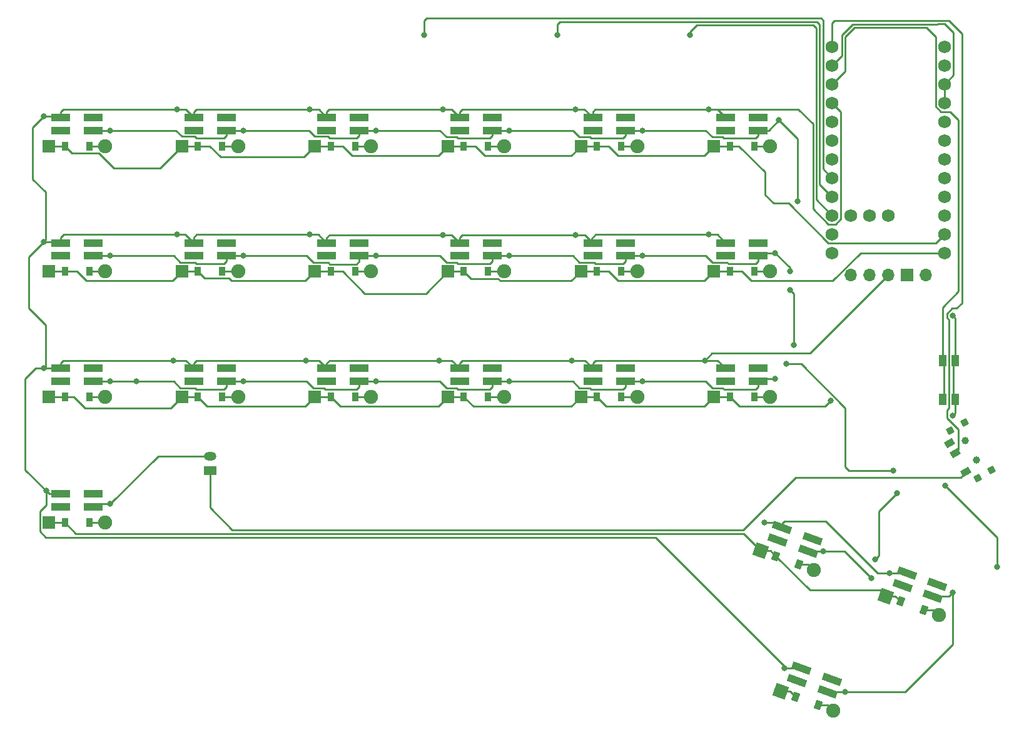
<source format=gbr>
%TF.GenerationSoftware,KiCad,Pcbnew,8.0.5*%
%TF.CreationDate,2024-09-15T18:20:54-04:00*%
%TF.ProjectId,theguy,74686567-7579-42e6-9b69-6361645f7063,v1.0.0*%
%TF.SameCoordinates,Original*%
%TF.FileFunction,Copper,L1,Top*%
%TF.FilePolarity,Positive*%
%FSLAX46Y46*%
G04 Gerber Fmt 4.6, Leading zero omitted, Abs format (unit mm)*
G04 Created by KiCad (PCBNEW 8.0.5) date 2024-09-15 18:20:54*
%MOMM*%
%LPD*%
G01*
G04 APERTURE LIST*
G04 Aperture macros list*
%AMRotRect*
0 Rectangle, with rotation*
0 The origin of the aperture is its center*
0 $1 length*
0 $2 width*
0 $3 Rotation angle, in degrees counterclockwise*
0 Add horizontal line*
21,1,$1,$2,0,0,$3*%
G04 Aperture macros list end*
%TA.AperFunction,SMDPad,CuDef*%
%ADD10RotRect,0.900000X0.900000X300.000000*%
%TD*%
%TA.AperFunction,WasherPad*%
%ADD11C,1.000000*%
%TD*%
%TA.AperFunction,SMDPad,CuDef*%
%ADD12RotRect,0.900000X1.250000X300.000000*%
%TD*%
%TA.AperFunction,ComponentPad*%
%ADD13RotRect,1.778000X1.778000X340.000000*%
%TD*%
%TA.AperFunction,SMDPad,CuDef*%
%ADD14RotRect,0.900000X1.200000X340.000000*%
%TD*%
%TA.AperFunction,ComponentPad*%
%ADD15C,1.905000*%
%TD*%
%TA.AperFunction,ComponentPad*%
%ADD16R,1.778000X1.778000*%
%TD*%
%TA.AperFunction,SMDPad,CuDef*%
%ADD17R,0.900000X1.200000*%
%TD*%
%TA.AperFunction,SMDPad,CuDef*%
%ADD18R,2.600000X1.000000*%
%TD*%
%TA.AperFunction,ComponentPad*%
%ADD19R,1.700000X1.200000*%
%TD*%
%TA.AperFunction,ComponentPad*%
%ADD20O,1.700000X1.200000*%
%TD*%
%TA.AperFunction,SMDPad,CuDef*%
%ADD21R,1.000000X1.550000*%
%TD*%
%TA.AperFunction,SMDPad,CuDef*%
%ADD22RotRect,2.600000X1.000000X340.000000*%
%TD*%
%TA.AperFunction,ComponentPad*%
%ADD23O,1.700000X1.700000*%
%TD*%
%TA.AperFunction,ComponentPad*%
%ADD24R,1.700000X1.700000*%
%TD*%
%TA.AperFunction,ComponentPad*%
%ADD25C,1.752600*%
%TD*%
%TA.AperFunction,ViaPad*%
%ADD26C,0.800000*%
%TD*%
%TA.AperFunction,Conductor*%
%ADD27C,0.250000*%
%TD*%
G04 APERTURE END LIST*
D10*
%TO.P,T1,*%
%TO.N,*%
X190102628Y-94445706D03*
X188197372Y-95545706D03*
D11*
X190250000Y-96900962D03*
X191750000Y-99499038D03*
D10*
X193802628Y-100854294D03*
X191897372Y-101954294D03*
D12*
%TO.P,T1,1*%
%TO.N,pos*%
X190327997Y-101186057D03*
%TO.P,T1,2*%
%TO.N,RAW*%
X188827997Y-98587981D03*
%TO.P,T1,3*%
%TO.N,N/C*%
X188077997Y-97288943D03*
%TD*%
D13*
%TO.P,D20,1*%
%TO.N,P010*%
X162555118Y-111806490D03*
D14*
X164584854Y-112545254D03*
%TO.P,D20,2*%
%TO.N,layer_cluster*%
X167685840Y-113673920D03*
D15*
X169715576Y-114412684D03*
%TD*%
D16*
%TO.P,D3,1*%
%TO.N,P106*%
X66190000Y-74000000D03*
D17*
X68350000Y-74000000D03*
%TO.P,D3,2*%
%TO.N,hell_home*%
X71650000Y-74000000D03*
D15*
X73810000Y-74000000D03*
%TD*%
D16*
%TO.P,D14,1*%
%TO.N,P009*%
X138190000Y-91000000D03*
D17*
X140350000Y-91000000D03*
%TO.P,D14,2*%
%TO.N,index_bottom*%
X143650000Y-91000000D03*
D15*
X145810000Y-91000000D03*
%TD*%
D18*
%TO.P,LED3,1*%
%TO.N,VCC*%
X67800000Y-70125000D03*
%TO.P,LED3,2*%
%TO.N,N/C*%
X67800000Y-71875000D03*
%TO.P,LED3,3*%
%TO.N,GND*%
X72200000Y-71875000D03*
%TO.P,LED3,4*%
%TO.N,N/C*%
X72200000Y-70125000D03*
%TD*%
%TO.P,LED17,1*%
%TO.N,VCC*%
X157800000Y-87125000D03*
%TO.P,LED17,2*%
%TO.N,N/C*%
X157800000Y-88875000D03*
%TO.P,LED17,3*%
%TO.N,GND*%
X162200000Y-88875000D03*
%TO.P,LED17,4*%
%TO.N,N/C*%
X162200000Y-87125000D03*
%TD*%
%TO.P,LED1,1*%
%TO.N,VCC*%
X67800000Y-104125000D03*
%TO.P,LED1,2*%
%TO.N,N/C*%
X67800000Y-105875000D03*
%TO.P,LED1,3*%
%TO.N,GND*%
X72200000Y-105875000D03*
%TO.P,LED1,4*%
%TO.N,N/C*%
X72200000Y-104125000D03*
%TD*%
%TO.P,LED14,1*%
%TO.N,VCC*%
X139800000Y-87125000D03*
%TO.P,LED14,2*%
%TO.N,N/C*%
X139800000Y-88875000D03*
%TO.P,LED14,3*%
%TO.N,GND*%
X144200000Y-88875000D03*
%TO.P,LED14,4*%
%TO.N,N/C*%
X144200000Y-87125000D03*
%TD*%
D19*
%TO.P,JST1,1*%
%TO.N,pos*%
X88000000Y-101000000D03*
D20*
%TO.P,JST1,2*%
%TO.N,GND*%
X88000000Y-99000000D03*
%TD*%
D21*
%TO.P,B1,1*%
%TO.N,GND*%
X188850000Y-86075000D03*
X188850000Y-91325000D03*
%TO.P,B1,2*%
%TO.N,RST*%
X187150000Y-86075000D03*
X187150000Y-91325000D03*
%TD*%
D18*
%TO.P,LED16,1*%
%TO.N,VCC*%
X139800000Y-53125000D03*
%TO.P,LED16,2*%
%TO.N,N/C*%
X139800000Y-54875000D03*
%TO.P,LED16,3*%
%TO.N,GND*%
X144200000Y-54875000D03*
%TO.P,LED16,4*%
%TO.N,N/C*%
X144200000Y-53125000D03*
%TD*%
%TO.P,LED2,1*%
%TO.N,VCC*%
X67800000Y-87125000D03*
%TO.P,LED2,2*%
%TO.N,N/C*%
X67800000Y-88875000D03*
%TO.P,LED2,3*%
%TO.N,GND*%
X72200000Y-88875000D03*
%TO.P,LED2,4*%
%TO.N,N/C*%
X72200000Y-87125000D03*
%TD*%
D16*
%TO.P,D6,1*%
%TO.N,P106*%
X84190000Y-74000000D03*
D17*
X86350000Y-74000000D03*
%TO.P,D6,2*%
%TO.N,pinky_home*%
X89650000Y-74000000D03*
D15*
X91810000Y-74000000D03*
%TD*%
D16*
%TO.P,D1,1*%
%TO.N,P010*%
X66190000Y-108000000D03*
D17*
X68350000Y-108000000D03*
%TO.P,D1,2*%
%TO.N,hell_last*%
X71650000Y-108000000D03*
D15*
X73810000Y-108000000D03*
%TD*%
D18*
%TO.P,LED19,1*%
%TO.N,VCC*%
X157800000Y-53125000D03*
%TO.P,LED19,2*%
%TO.N,N/C*%
X157800000Y-54875000D03*
%TO.P,LED19,3*%
%TO.N,GND*%
X162200000Y-54875000D03*
%TO.P,LED19,4*%
%TO.N,N/C*%
X162200000Y-53125000D03*
%TD*%
D16*
%TO.P,D16,1*%
%TO.N,P104*%
X138190000Y-57000000D03*
D17*
X140350000Y-57000000D03*
%TO.P,D16,2*%
%TO.N,index_top*%
X143650000Y-57000000D03*
D15*
X145810000Y-57000000D03*
%TD*%
D18*
%TO.P,LED9,1*%
%TO.N,VCC*%
X103800000Y-70125000D03*
%TO.P,LED9,2*%
%TO.N,N/C*%
X103800000Y-71875000D03*
%TO.P,LED9,3*%
%TO.N,GND*%
X108200000Y-71875000D03*
%TO.P,LED9,4*%
%TO.N,N/C*%
X108200000Y-70125000D03*
%TD*%
D22*
%TO.P,LED21,1*%
%TO.N,VCC*%
X182307818Y-114872197D03*
%TO.P,LED21,2*%
%TO.N,N/C*%
X181709283Y-116516659D03*
%TO.P,LED21,3*%
%TO.N,GND*%
X185843930Y-118021547D03*
%TO.P,LED21,4*%
%TO.N,N/C*%
X186442465Y-116377085D03*
%TD*%
D18*
%TO.P,LED7,1*%
%TO.N,VCC*%
X85800000Y-53125000D03*
%TO.P,LED7,2*%
%TO.N,N/C*%
X85800000Y-54875000D03*
%TO.P,LED7,3*%
%TO.N,GND*%
X90200000Y-54875000D03*
%TO.P,LED7,4*%
%TO.N,N/C*%
X90200000Y-53125000D03*
%TD*%
D16*
%TO.P,D12,1*%
%TO.N,P106*%
X120190000Y-74000000D03*
D17*
X122350000Y-74000000D03*
%TO.P,D12,2*%
%TO.N,middle_home*%
X125650000Y-74000000D03*
D15*
X127810000Y-74000000D03*
%TD*%
D16*
%TO.P,D15,1*%
%TO.N,P106*%
X138190000Y-74000000D03*
D17*
X140350000Y-74000000D03*
%TO.P,D15,2*%
%TO.N,index_home*%
X143650000Y-74000000D03*
D15*
X145810000Y-74000000D03*
%TD*%
D23*
%TO.P,niceView1,1*%
%TO.N,P006*%
X184880000Y-74475000D03*
D24*
%TO.P,niceView1,2*%
%TO.N,GND*%
X182340000Y-74475000D03*
D23*
%TO.P,niceView1,3*%
%TO.N,VCC*%
X179800000Y-74475000D03*
%TO.P,niceView1,4*%
%TO.N,P020*%
X177260000Y-74475000D03*
%TO.P,niceView1,5*%
%TO.N,P017*%
X174720000Y-74475000D03*
%TD*%
D16*
%TO.P,D17,1*%
%TO.N,P009*%
X156190000Y-91000000D03*
D17*
X158350000Y-91000000D03*
%TO.P,D17,2*%
%TO.N,inner_bottom*%
X161650000Y-91000000D03*
D15*
X163810000Y-91000000D03*
%TD*%
D18*
%TO.P,LED5,1*%
%TO.N,VCC*%
X85800000Y-87125000D03*
%TO.P,LED5,2*%
%TO.N,N/C*%
X85800000Y-88875000D03*
%TO.P,LED5,3*%
%TO.N,GND*%
X90200000Y-88875000D03*
%TO.P,LED5,4*%
%TO.N,N/C*%
X90200000Y-87125000D03*
%TD*%
D16*
%TO.P,D10,1*%
%TO.N,P104*%
X102190000Y-57000000D03*
D17*
X104350000Y-57000000D03*
%TO.P,D10,2*%
%TO.N,ring_top*%
X107650000Y-57000000D03*
D15*
X109810000Y-57000000D03*
%TD*%
D16*
%TO.P,D7,1*%
%TO.N,P104*%
X84190000Y-57000000D03*
D17*
X86350000Y-57000000D03*
%TO.P,D7,2*%
%TO.N,pinky_top*%
X89650000Y-57000000D03*
D15*
X91810000Y-57000000D03*
%TD*%
D16*
%TO.P,D19,1*%
%TO.N,P104*%
X156190000Y-57000000D03*
D17*
X158350000Y-57000000D03*
%TO.P,D19,2*%
%TO.N,inner_top*%
X161650000Y-57000000D03*
D15*
X163810000Y-57000000D03*
%TD*%
D18*
%TO.P,LED18,1*%
%TO.N,VCC*%
X157800000Y-70125000D03*
%TO.P,LED18,2*%
%TO.N,N/C*%
X157800000Y-71875000D03*
%TO.P,LED18,3*%
%TO.N,GND*%
X162200000Y-71875000D03*
%TO.P,LED18,4*%
%TO.N,N/C*%
X162200000Y-70125000D03*
%TD*%
D16*
%TO.P,D13,1*%
%TO.N,P104*%
X120190000Y-57000000D03*
D17*
X122350000Y-57000000D03*
%TO.P,D13,2*%
%TO.N,middle_top*%
X125650000Y-57000000D03*
D15*
X127810000Y-57000000D03*
%TD*%
D16*
%TO.P,D11,1*%
%TO.N,P009*%
X120190000Y-91000000D03*
D17*
X122350000Y-91000000D03*
%TO.P,D11,2*%
%TO.N,middle_bottom*%
X125650000Y-91000000D03*
D15*
X127810000Y-91000000D03*
%TD*%
D18*
%TO.P,LED10,1*%
%TO.N,VCC*%
X103800000Y-53125000D03*
%TO.P,LED10,2*%
%TO.N,N/C*%
X103800000Y-54875000D03*
%TO.P,LED10,3*%
%TO.N,GND*%
X108200000Y-54875000D03*
%TO.P,LED10,4*%
%TO.N,N/C*%
X108200000Y-53125000D03*
%TD*%
D13*
%TO.P,D22,1*%
%TO.N,P011*%
X165198009Y-130859446D03*
D14*
X167227745Y-131598210D03*
%TO.P,D22,2*%
%TO.N,extra_cluster*%
X170328731Y-132726876D03*
D15*
X172358467Y-133465640D03*
%TD*%
D22*
%TO.P,LED20,1*%
%TO.N,VCC*%
X165393351Y-108715835D03*
%TO.P,LED20,2*%
%TO.N,N/C*%
X164794816Y-110360297D03*
%TO.P,LED20,3*%
%TO.N,GND*%
X168929463Y-111865185D03*
%TO.P,LED20,4*%
%TO.N,N/C*%
X169527998Y-110220723D03*
%TD*%
D16*
%TO.P,D5,1*%
%TO.N,P009*%
X84190000Y-91000000D03*
D17*
X86350000Y-91000000D03*
%TO.P,D5,2*%
%TO.N,pinky_bottom*%
X89650000Y-91000000D03*
D15*
X91810000Y-91000000D03*
%TD*%
D25*
%TO.P,MCU1,1*%
%TO.N,P006*%
X187420000Y-43530000D03*
%TO.P,MCU1,2*%
%TO.N,P008*%
X187420000Y-46070000D03*
%TO.P,MCU1,3*%
%TO.N,GND*%
X187420000Y-48610000D03*
%TO.P,MCU1,4*%
X187420000Y-51150000D03*
%TO.P,MCU1,5*%
%TO.N,P017*%
X187420000Y-53690000D03*
%TO.P,MCU1,6*%
%TO.N,P020*%
X187420000Y-56230000D03*
%TO.P,MCU1,7*%
%TO.N,P022*%
X187420000Y-58770000D03*
%TO.P,MCU1,8*%
%TO.N,P024*%
X187420000Y-61310000D03*
%TO.P,MCU1,9*%
%TO.N,P100*%
X187420000Y-63850000D03*
%TO.P,MCU1,10*%
%TO.N,P011*%
X187420000Y-66390000D03*
%TO.P,MCU1,11*%
%TO.N,P104*%
X187420000Y-68930000D03*
%TO.P,MCU1,12*%
%TO.N,P106*%
X187420000Y-71470000D03*
%TO.P,MCU1,13*%
%TO.N,P009*%
X172180000Y-71470000D03*
%TO.P,MCU1,14*%
%TO.N,P010*%
X172180000Y-68930000D03*
%TO.P,MCU1,15*%
%TO.N,P111*%
X172180000Y-66390000D03*
%TO.P,MCU1,16*%
%TO.N,P113*%
X172180000Y-63850000D03*
%TO.P,MCU1,17*%
%TO.N,P115*%
X172180000Y-61310000D03*
%TO.P,MCU1,18*%
%TO.N,P002*%
X172180000Y-58770000D03*
%TO.P,MCU1,19*%
%TO.N,P029*%
X172180000Y-56230000D03*
%TO.P,MCU1,20*%
%TO.N,P031*%
X172180000Y-53690000D03*
%TO.P,MCU1,21*%
%TO.N,VCC*%
X172180000Y-51150000D03*
%TO.P,MCU1,22*%
%TO.N,RST*%
X172180000Y-48610000D03*
%TO.P,MCU1,23*%
%TO.N,GND*%
X172180000Y-46070000D03*
%TO.P,MCU1,24*%
%TO.N,RAW*%
X172180000Y-43530000D03*
%TO.P,MCU1,31*%
%TO.N,P101*%
X174720000Y-66390000D03*
%TO.P,MCU1,32*%
%TO.N,P102*%
X177260000Y-66390000D03*
%TO.P,MCU1,33*%
%TO.N,P107*%
X179800000Y-66390000D03*
%TD*%
D16*
%TO.P,D8,1*%
%TO.N,P009*%
X102190000Y-91000000D03*
D17*
X104350000Y-91000000D03*
%TO.P,D8,2*%
%TO.N,ring_bottom*%
X107650000Y-91000000D03*
D15*
X109810000Y-91000000D03*
%TD*%
D13*
%TO.P,D21,1*%
%TO.N,P010*%
X179469585Y-117962853D03*
D14*
X181499321Y-118701617D03*
%TO.P,D21,2*%
%TO.N,space_cluster*%
X184600307Y-119830283D03*
D15*
X186630043Y-120569047D03*
%TD*%
D22*
%TO.P,LED22,1*%
%TO.N,VCC*%
X168036242Y-127768790D03*
%TO.P,LED22,2*%
%TO.N,N/C*%
X167437707Y-129413252D03*
%TO.P,LED22,3*%
%TO.N,GND*%
X171572354Y-130918140D03*
%TO.P,LED22,4*%
%TO.N,N/C*%
X172170889Y-129273678D03*
%TD*%
D18*
%TO.P,LED15,1*%
%TO.N,VCC*%
X139800000Y-70125000D03*
%TO.P,LED15,2*%
%TO.N,N/C*%
X139800000Y-71875000D03*
%TO.P,LED15,3*%
%TO.N,GND*%
X144200000Y-71875000D03*
%TO.P,LED15,4*%
%TO.N,N/C*%
X144200000Y-70125000D03*
%TD*%
%TO.P,LED6,1*%
%TO.N,VCC*%
X85800000Y-70125000D03*
%TO.P,LED6,2*%
%TO.N,N/C*%
X85800000Y-71875000D03*
%TO.P,LED6,3*%
%TO.N,GND*%
X90200000Y-71875000D03*
%TO.P,LED6,4*%
%TO.N,N/C*%
X90200000Y-70125000D03*
%TD*%
D16*
%TO.P,D4,1*%
%TO.N,P104*%
X66190000Y-57000000D03*
D17*
X68350000Y-57000000D03*
%TO.P,D4,2*%
%TO.N,hell_top*%
X71650000Y-57000000D03*
D15*
X73810000Y-57000000D03*
%TD*%
D18*
%TO.P,LED12,1*%
%TO.N,VCC*%
X121800000Y-70125000D03*
%TO.P,LED12,2*%
%TO.N,N/C*%
X121800000Y-71875000D03*
%TO.P,LED12,3*%
%TO.N,GND*%
X126200000Y-71875000D03*
%TO.P,LED12,4*%
%TO.N,N/C*%
X126200000Y-70125000D03*
%TD*%
D16*
%TO.P,D2,1*%
%TO.N,P009*%
X66190000Y-91000000D03*
D17*
X68350000Y-91000000D03*
%TO.P,D2,2*%
%TO.N,hell_bottom*%
X71650000Y-91000000D03*
D15*
X73810000Y-91000000D03*
%TD*%
D18*
%TO.P,LED11,1*%
%TO.N,VCC*%
X121800000Y-87125000D03*
%TO.P,LED11,2*%
%TO.N,N/C*%
X121800000Y-88875000D03*
%TO.P,LED11,3*%
%TO.N,GND*%
X126200000Y-88875000D03*
%TO.P,LED11,4*%
%TO.N,N/C*%
X126200000Y-87125000D03*
%TD*%
%TO.P,LED13,1*%
%TO.N,VCC*%
X121800000Y-53125000D03*
%TO.P,LED13,2*%
%TO.N,N/C*%
X121800000Y-54875000D03*
%TO.P,LED13,3*%
%TO.N,GND*%
X126200000Y-54875000D03*
%TO.P,LED13,4*%
%TO.N,N/C*%
X126200000Y-53125000D03*
%TD*%
D16*
%TO.P,D9,1*%
%TO.N,P106*%
X102190000Y-74000000D03*
D17*
X104350000Y-74000000D03*
%TO.P,D9,2*%
%TO.N,ring_home*%
X107650000Y-74000000D03*
D15*
X109810000Y-74000000D03*
%TD*%
D18*
%TO.P,LED4,1*%
%TO.N,VCC*%
X67800000Y-53125000D03*
%TO.P,LED4,2*%
%TO.N,N/C*%
X67800000Y-54875000D03*
%TO.P,LED4,3*%
%TO.N,GND*%
X72200000Y-54875000D03*
%TO.P,LED4,4*%
%TO.N,N/C*%
X72200000Y-53125000D03*
%TD*%
%TO.P,LED8,1*%
%TO.N,VCC*%
X103800000Y-87125000D03*
%TO.P,LED8,2*%
%TO.N,N/C*%
X103800000Y-88875000D03*
%TO.P,LED8,3*%
%TO.N,GND*%
X108200000Y-88875000D03*
%TO.P,LED8,4*%
%TO.N,N/C*%
X108200000Y-87125000D03*
%TD*%
D16*
%TO.P,D18,1*%
%TO.N,P106*%
X156190000Y-74000000D03*
D17*
X158350000Y-74000000D03*
%TO.P,D18,2*%
%TO.N,inner_home*%
X161650000Y-74000000D03*
D15*
X163810000Y-74000000D03*
%TD*%
D26*
%TO.N,P115*%
X117000000Y-42000000D03*
%TO.N,P113*%
X135000000Y-42000000D03*
%TO.N,P111*%
X153000000Y-42000000D03*
X180500000Y-101000000D03*
X166000000Y-86500000D03*
%TO.N,VCC*%
X83500000Y-52050000D03*
X137500000Y-69050000D03*
X155500000Y-52050000D03*
X119500000Y-69050000D03*
X101500000Y-69000000D03*
X155000000Y-86050000D03*
X155500000Y-69000000D03*
X137000000Y-86050000D03*
X65500000Y-87125000D03*
X83000000Y-86050000D03*
X65500000Y-70000000D03*
X101500000Y-52050000D03*
X165762228Y-127737772D03*
X163000000Y-108000000D03*
X65812500Y-103687500D03*
X119000000Y-86050000D03*
X83500000Y-69000000D03*
X180000000Y-114872197D03*
X119500000Y-52050000D03*
X65500000Y-53000000D03*
X101000000Y-86050000D03*
X137500000Y-52000000D03*
%TO.N,GND*%
X166500000Y-76500000D03*
X188500000Y-80000000D03*
X78000000Y-88875000D03*
X128500000Y-54875000D03*
X171000000Y-111865185D03*
X74500000Y-71875000D03*
X174000000Y-130918140D03*
X167500000Y-64500000D03*
X110500000Y-88875000D03*
X128500000Y-88875000D03*
X146500000Y-71875000D03*
X92500000Y-71875000D03*
X167000000Y-84000000D03*
X128500000Y-71875000D03*
X166500000Y-74000000D03*
X177500000Y-115500000D03*
X146500000Y-88875000D03*
X188500000Y-117500000D03*
X165000000Y-53500000D03*
X110500000Y-54875000D03*
X110500000Y-71875000D03*
X92500000Y-54875000D03*
X188500000Y-93500000D03*
X164500000Y-71500000D03*
X74500000Y-88875000D03*
X74500000Y-105500000D03*
X74500000Y-54875000D03*
X146500000Y-54875000D03*
X92500000Y-88875000D03*
X164500000Y-88500000D03*
%TO.N,P010*%
X181000000Y-104000000D03*
X178000000Y-113000000D03*
%TO.N,P009*%
X172000000Y-91500000D03*
%TO.N,P011*%
X194500000Y-114000000D03*
X187500000Y-103000000D03*
%TD*%
D27*
%TO.N,hell_last*%
X73810000Y-108000000D02*
X71650000Y-108000000D01*
%TO.N,hell_bottom*%
X71650000Y-91000000D02*
X73810000Y-91000000D01*
%TO.N,hell_home*%
X71650000Y-74000000D02*
X73810000Y-74000000D01*
%TO.N,hell_top*%
X71650000Y-57000000D02*
X73810000Y-57000000D01*
%TO.N,pinky_bottom*%
X89650000Y-91000000D02*
X91810000Y-91000000D01*
%TO.N,pinky_home*%
X91810000Y-74000000D02*
X89650000Y-74000000D01*
%TO.N,pinky_top*%
X89650000Y-57000000D02*
X91810000Y-57000000D01*
%TO.N,ring_bottom*%
X107650000Y-91000000D02*
X109810000Y-91000000D01*
%TO.N,ring_home*%
X109810000Y-74000000D02*
X107650000Y-74000000D01*
%TO.N,ring_top*%
X107650000Y-57000000D02*
X109810000Y-57000000D01*
%TO.N,P115*%
X117000000Y-42000000D02*
X117000000Y-40000000D01*
X170978700Y-60108700D02*
X172180000Y-61310000D01*
X117300000Y-39700000D02*
X170700000Y-39700000D01*
X170700000Y-39700000D02*
X171000000Y-40000000D01*
X171000000Y-40000000D02*
X170978700Y-40021300D01*
X170978700Y-40021300D02*
X170978700Y-60108700D01*
X117000000Y-40000000D02*
X117300000Y-39700000D01*
%TO.N,middle_bottom*%
X125650000Y-91000000D02*
X127810000Y-91000000D01*
%TO.N,middle_home*%
X127810000Y-74000000D02*
X125650000Y-74000000D01*
%TO.N,middle_top*%
X125650000Y-57000000D02*
X127810000Y-57000000D01*
%TO.N,P113*%
X135000000Y-42000000D02*
X135000000Y-40500000D01*
X135350000Y-40150000D02*
X170150000Y-40150000D01*
X170500000Y-62170000D02*
X172180000Y-63850000D01*
X135000000Y-40500000D02*
X135350000Y-40150000D01*
X170150000Y-40150000D02*
X170500000Y-40500000D01*
X170500000Y-40500000D02*
X170500000Y-62170000D01*
%TO.N,index_bottom*%
X143650000Y-91000000D02*
X145810000Y-91000000D01*
%TO.N,index_home*%
X145810000Y-74000000D02*
X143650000Y-74000000D01*
%TO.N,index_top*%
X143650000Y-57000000D02*
X145810000Y-57000000D01*
%TO.N,P111*%
X174000000Y-92474695D02*
X174000000Y-100500000D01*
X153000000Y-42000000D02*
X153000000Y-41500000D01*
X168025305Y-86500000D02*
X174000000Y-92474695D01*
X153900000Y-40600000D02*
X169600000Y-40600000D01*
X166000000Y-86500000D02*
X168025305Y-86500000D01*
X170050000Y-64260000D02*
X172180000Y-66390000D01*
X174000000Y-100500000D02*
X174500000Y-101000000D01*
X169600000Y-40600000D02*
X170050000Y-41050000D01*
X174500000Y-101000000D02*
X180500000Y-101000000D01*
X170050000Y-41050000D02*
X170050000Y-64260000D01*
X153000000Y-41500000D02*
X153900000Y-40600000D01*
%TO.N,inner_bottom*%
X161650000Y-91000000D02*
X163810000Y-91000000D01*
%TO.N,inner_home*%
X163810000Y-74000000D02*
X161650000Y-74000000D01*
%TO.N,inner_top*%
X161650000Y-57000000D02*
X163810000Y-57000000D01*
%TO.N,layer_cluster*%
X167685840Y-113673920D02*
X168976812Y-113673920D01*
X168976812Y-113673920D02*
X169715576Y-114412684D01*
%TO.N,space_cluster*%
X184600307Y-119830283D02*
X185891279Y-119830283D01*
X185891279Y-119830283D02*
X186630043Y-120569047D01*
%TO.N,extra_cluster*%
X171619703Y-132726876D02*
X172358467Y-133465640D01*
X170328731Y-132726876D02*
X171619703Y-132726876D01*
%TO.N,VCC*%
X63500000Y-72000000D02*
X65500000Y-70000000D01*
X138675000Y-52000000D02*
X139800000Y-53125000D01*
X101500000Y-69000000D02*
X102675000Y-69000000D01*
X86175000Y-69000000D02*
X101500000Y-69000000D01*
X120725000Y-86050000D02*
X121800000Y-87125000D01*
X65812500Y-103687500D02*
X63000000Y-100875000D01*
X173381300Y-66887595D02*
X173381300Y-52351300D01*
X121800000Y-69375000D02*
X122125000Y-69050000D01*
X140167157Y-86050000D02*
X155000000Y-86050000D01*
X137500000Y-69050000D02*
X138725000Y-69050000D01*
X65500000Y-87125000D02*
X67800000Y-87125000D01*
X103800000Y-69417157D02*
X104167157Y-69050000D01*
X65725900Y-69774100D02*
X65725900Y-63225900D01*
X85800000Y-69375000D02*
X86175000Y-69000000D01*
X168036242Y-127768790D02*
X165793246Y-127768790D01*
X178372197Y-114872197D02*
X180000000Y-114872197D01*
X120725000Y-69050000D02*
X121800000Y-70125000D01*
X156675000Y-69000000D02*
X157800000Y-70125000D01*
X65500000Y-70000000D02*
X67675000Y-70000000D01*
X121800000Y-53125000D02*
X121800000Y-52375000D01*
X138725000Y-69050000D02*
X139800000Y-70125000D01*
X68167157Y-86050000D02*
X83000000Y-86050000D01*
X165393351Y-108715835D02*
X165393351Y-108183746D01*
X85800000Y-52417157D02*
X86167157Y-52050000D01*
X121800000Y-70125000D02*
X121800000Y-69375000D01*
X67800000Y-86417157D02*
X68167157Y-86050000D01*
X164677516Y-108000000D02*
X165393351Y-108715835D01*
X66250000Y-104125000D02*
X65812500Y-103687500D01*
X67800000Y-87125000D02*
X67800000Y-86417157D01*
X173381300Y-52351300D02*
X172180000Y-51150000D01*
X155960500Y-85089500D02*
X155000000Y-86050000D01*
X65500000Y-87125000D02*
X65725900Y-86899100D01*
X137500000Y-52000000D02*
X138675000Y-52000000D01*
X139800000Y-53125000D02*
X139800000Y-52375000D01*
X169600000Y-54000000D02*
X169600000Y-65508895D01*
X65725900Y-63225900D02*
X64000000Y-61500000D01*
X83000000Y-86050000D02*
X84725000Y-86050000D01*
X101000000Y-86050000D02*
X102725000Y-86050000D01*
X86125000Y-86050000D02*
X101000000Y-86050000D01*
X155500000Y-69000000D02*
X156675000Y-69000000D01*
X172677595Y-67591300D02*
X173381300Y-66887595D01*
X63000000Y-100875000D02*
X63000000Y-88500000D01*
X169600000Y-65508895D02*
X171682405Y-67591300D01*
X67800000Y-69375000D02*
X68175000Y-69000000D01*
X138725000Y-86050000D02*
X139800000Y-87125000D01*
X171331240Y-107831240D02*
X178372197Y-114872197D01*
X139675000Y-69542157D02*
X140217157Y-69000000D01*
X121800000Y-86417157D02*
X122167157Y-86050000D01*
X65725900Y-86899100D02*
X65725900Y-81225900D01*
X83500000Y-69000000D02*
X84675000Y-69000000D01*
X156725000Y-52050000D02*
X157800000Y-53125000D01*
X64000000Y-61500000D02*
X64000000Y-54500000D01*
X86167157Y-52050000D02*
X101500000Y-52050000D01*
X63000000Y-88500000D02*
X64375000Y-87125000D01*
X167650000Y-52050000D02*
X169600000Y-54000000D01*
X65500000Y-70000000D02*
X65725900Y-69774100D01*
X155500000Y-52050000D02*
X167650000Y-52050000D01*
X171682405Y-67591300D02*
X172677595Y-67591300D01*
X103800000Y-52375000D02*
X104125000Y-52050000D01*
X119500000Y-69050000D02*
X120725000Y-69050000D01*
X104167157Y-69050000D02*
X119500000Y-69050000D01*
X85800000Y-53125000D02*
X85800000Y-52417157D01*
X65812500Y-105616968D02*
X65812500Y-103687500D01*
X169185500Y-85089500D02*
X155960500Y-85089500D01*
X67800000Y-52417157D02*
X68167157Y-52050000D01*
X139800000Y-52375000D02*
X140125000Y-52050000D01*
X103800000Y-70125000D02*
X103800000Y-69417157D01*
X139800000Y-86417157D02*
X140167157Y-86050000D01*
X155000000Y-86050000D02*
X156725000Y-86050000D01*
X65762000Y-110000000D02*
X64976000Y-109214000D01*
X121800000Y-87125000D02*
X121800000Y-86417157D01*
X139800000Y-70125000D02*
X139675000Y-70000000D01*
X85800000Y-86375000D02*
X86125000Y-86050000D01*
X85800000Y-87125000D02*
X85800000Y-86375000D01*
X165762228Y-127737772D02*
X165762228Y-127442174D01*
X103800000Y-87125000D02*
X103800000Y-86417157D01*
X180000000Y-114872197D02*
X182307818Y-114872197D01*
X104125000Y-52050000D02*
X119500000Y-52050000D01*
X102675000Y-69000000D02*
X103800000Y-70125000D01*
X103800000Y-53125000D02*
X103800000Y-52375000D01*
X64976000Y-106453468D02*
X65812500Y-105616968D01*
X83500000Y-52050000D02*
X84725000Y-52050000D01*
X84725000Y-52050000D02*
X85800000Y-53125000D01*
X64976000Y-109214000D02*
X64976000Y-106453468D01*
X122175000Y-52000000D02*
X137500000Y-52000000D01*
X67675000Y-70000000D02*
X67800000Y-70125000D01*
X139675000Y-70000000D02*
X139675000Y-69542157D01*
X64000000Y-54500000D02*
X65500000Y-53000000D01*
X156725000Y-86050000D02*
X157800000Y-87125000D01*
X120725000Y-52050000D02*
X121800000Y-53125000D01*
X84675000Y-69000000D02*
X85800000Y-70125000D01*
X165393351Y-108183746D02*
X165745857Y-107831240D01*
X119000000Y-86050000D02*
X120725000Y-86050000D01*
X102725000Y-52050000D02*
X103800000Y-53125000D01*
X119500000Y-52050000D02*
X120725000Y-52050000D01*
X65500000Y-53000000D02*
X67675000Y-53000000D01*
X84725000Y-86050000D02*
X85800000Y-87125000D01*
X121800000Y-52375000D02*
X122175000Y-52000000D01*
X165745857Y-107831240D02*
X171331240Y-107831240D01*
X148320054Y-110000000D02*
X65762000Y-110000000D01*
X67800000Y-70125000D02*
X67800000Y-69375000D01*
X101500000Y-52050000D02*
X102725000Y-52050000D01*
X122167157Y-86050000D02*
X137000000Y-86050000D01*
X155500000Y-52050000D02*
X156725000Y-52050000D01*
X140125000Y-52050000D02*
X155500000Y-52050000D01*
X155500000Y-52050000D02*
X155500000Y-52000000D01*
X67800000Y-53125000D02*
X67800000Y-52417157D01*
X64375000Y-87125000D02*
X65500000Y-87125000D01*
X68167157Y-52050000D02*
X83500000Y-52050000D01*
X102725000Y-86050000D02*
X103800000Y-87125000D01*
X68175000Y-69000000D02*
X83500000Y-69000000D01*
X140217157Y-69000000D02*
X155500000Y-69000000D01*
X165793246Y-127768790D02*
X165762228Y-127737772D01*
X139800000Y-87125000D02*
X139800000Y-86417157D01*
X63500000Y-79000000D02*
X63500000Y-72000000D01*
X179800000Y-74475000D02*
X169185500Y-85089500D01*
X85800000Y-70125000D02*
X85800000Y-69375000D01*
X122125000Y-69050000D02*
X137500000Y-69050000D01*
X137000000Y-86050000D02*
X138725000Y-86050000D01*
X65725900Y-81225900D02*
X63500000Y-79000000D01*
X67800000Y-104125000D02*
X66250000Y-104125000D01*
X67675000Y-53000000D02*
X67800000Y-53125000D01*
X104167157Y-86050000D02*
X119000000Y-86050000D01*
X103800000Y-86417157D02*
X104167157Y-86050000D01*
X163000000Y-108000000D02*
X164677516Y-108000000D01*
X165762228Y-127442174D02*
X148320054Y-110000000D01*
%TO.N,GND*%
X128500000Y-88875000D02*
X137089000Y-88875000D01*
X102000000Y-55525000D02*
X102175000Y-55700000D01*
X171000000Y-111865185D02*
X173865185Y-111865185D01*
X84000000Y-72786000D02*
X86003157Y-72786000D01*
X121404000Y-72786000D02*
X121568000Y-72950000D01*
X140167157Y-72950000D02*
X143875000Y-72950000D01*
X137089000Y-88875000D02*
X138000000Y-89786000D01*
X165000000Y-53500000D02*
X167500000Y-56000000D01*
X186500000Y-40450000D02*
X186450000Y-40500000D01*
X74500000Y-54875000D02*
X83350000Y-54875000D01*
X121568000Y-72950000D02*
X125875000Y-72950000D01*
X89875000Y-89950000D02*
X90200000Y-89625000D01*
X125875000Y-55950000D02*
X126200000Y-55625000D01*
X120000000Y-55786000D02*
X121404000Y-55786000D01*
X83089000Y-88875000D02*
X84000000Y-89786000D01*
X72575000Y-105500000D02*
X72200000Y-105875000D01*
X125875000Y-72950000D02*
X126200000Y-72625000D01*
X110500000Y-54875000D02*
X119089000Y-54875000D01*
X86167157Y-89950000D02*
X89875000Y-89950000D01*
X83089000Y-71875000D02*
X84000000Y-72786000D01*
X187450000Y-40450000D02*
X186500000Y-40450000D01*
X121404000Y-55786000D02*
X121568000Y-55950000D01*
X74500000Y-71875000D02*
X83089000Y-71875000D01*
X155089000Y-71875000D02*
X156000000Y-72786000D01*
X86003157Y-72786000D02*
X86167157Y-72950000D01*
X92500000Y-71875000D02*
X101089000Y-71875000D01*
X188500000Y-124500000D02*
X188500000Y-117500000D01*
X162200000Y-55625000D02*
X162200000Y-54875000D01*
X166500000Y-76500000D02*
X167000000Y-77000000D01*
X108200000Y-55625000D02*
X108200000Y-54875000D01*
X78000000Y-88875000D02*
X83089000Y-88875000D01*
X72200000Y-54875000D02*
X74500000Y-54875000D01*
X163625000Y-54875000D02*
X165000000Y-53500000D01*
X89875000Y-72950000D02*
X90200000Y-72625000D01*
X146500000Y-88875000D02*
X155089000Y-88875000D01*
X128500000Y-54875000D02*
X137089000Y-54875000D01*
X101089000Y-71875000D02*
X102000000Y-72786000D01*
X108200000Y-89625000D02*
X108200000Y-88875000D01*
X146500000Y-71875000D02*
X155089000Y-71875000D01*
X187420000Y-48610000D02*
X187420000Y-51150000D01*
X138000000Y-89786000D02*
X139404000Y-89786000D01*
X120000000Y-72786000D02*
X121404000Y-72786000D01*
X119089000Y-71875000D02*
X120000000Y-72786000D01*
X74500000Y-88875000D02*
X78000000Y-88875000D01*
X156000000Y-72786000D02*
X158003157Y-72786000D01*
X119089000Y-88875000D02*
X120000000Y-89786000D01*
X158167157Y-72950000D02*
X161875000Y-72950000D01*
X186450000Y-40500000D02*
X175000000Y-40500000D01*
X72200000Y-88875000D02*
X74500000Y-88875000D01*
X92500000Y-54875000D02*
X101375000Y-54875000D01*
X107825000Y-73000000D02*
X108200000Y-72625000D01*
X83350000Y-54875000D02*
X84175000Y-55700000D01*
X157404000Y-55786000D02*
X157568000Y-55950000D01*
X126200000Y-55625000D02*
X126200000Y-54875000D01*
X162200000Y-54875000D02*
X163625000Y-54875000D01*
X102175000Y-55700000D02*
X103917157Y-55700000D01*
X74500000Y-105500000D02*
X72575000Y-105500000D01*
X188621300Y-47408700D02*
X188621300Y-41621300D01*
X126200000Y-72625000D02*
X126200000Y-71875000D01*
X84000000Y-89786000D02*
X86003157Y-89786000D01*
X102000000Y-89786000D02*
X103404000Y-89786000D01*
X155089000Y-54875000D02*
X156000000Y-55786000D01*
X86003157Y-89786000D02*
X86167157Y-89950000D01*
X126200000Y-71875000D02*
X128500000Y-71875000D01*
X74500000Y-105500000D02*
X81000000Y-99000000D01*
X121568000Y-55950000D02*
X125875000Y-55950000D01*
X86167157Y-55950000D02*
X89875000Y-55950000D01*
X104003157Y-72786000D02*
X104217157Y-73000000D01*
X161875000Y-72950000D02*
X162200000Y-72625000D01*
X137089000Y-71875000D02*
X138000000Y-72786000D01*
X102000000Y-72786000D02*
X104003157Y-72786000D01*
X104167157Y-55950000D02*
X107875000Y-55950000D01*
X157404000Y-89786000D02*
X157618000Y-90000000D01*
X101375000Y-54875000D02*
X102000000Y-55500000D01*
X168929463Y-111865185D02*
X171000000Y-111865185D01*
X173500000Y-44750000D02*
X172180000Y-46070000D01*
X89875000Y-55950000D02*
X90200000Y-55625000D01*
X188850000Y-91325000D02*
X188850000Y-93150000D01*
X110500000Y-71875000D02*
X119089000Y-71875000D01*
X164500000Y-71500000D02*
X166500000Y-73500000D01*
X164500000Y-71500000D02*
X162575000Y-71500000D01*
X139568000Y-89950000D02*
X143875000Y-89950000D01*
X144200000Y-72625000D02*
X144200000Y-71875000D01*
X90200000Y-89625000D02*
X90200000Y-88875000D01*
X173865185Y-111865185D02*
X177500000Y-115500000D01*
X126200000Y-89625000D02*
X126200000Y-88875000D01*
X171572354Y-130918140D02*
X174000000Y-130918140D01*
X144200000Y-54875000D02*
X146500000Y-54875000D01*
X188850000Y-86075000D02*
X188850000Y-80350000D01*
X144200000Y-89625000D02*
X144200000Y-88875000D01*
X120000000Y-89786000D02*
X121404000Y-89786000D01*
X143875000Y-55950000D02*
X144200000Y-55625000D01*
X156000000Y-55786000D02*
X157404000Y-55786000D01*
X103404000Y-89786000D02*
X103568000Y-89950000D01*
X166500000Y-73500000D02*
X166500000Y-74000000D01*
X139404000Y-89786000D02*
X139568000Y-89950000D01*
X162200000Y-72625000D02*
X162200000Y-71875000D01*
X90200000Y-88875000D02*
X92500000Y-88875000D01*
X119089000Y-54875000D02*
X120000000Y-55786000D01*
X138000000Y-55786000D02*
X139404000Y-55786000D01*
X162575000Y-71500000D02*
X162200000Y-71875000D01*
X167500000Y-56000000D02*
X167500000Y-64500000D01*
X185843930Y-118021547D02*
X187978453Y-118021547D01*
X138000000Y-72786000D02*
X140003157Y-72786000D01*
X126200000Y-54875000D02*
X128500000Y-54875000D01*
X175000000Y-40500000D02*
X173500000Y-42000000D01*
X102000000Y-55500000D02*
X102000000Y-55525000D01*
X158003157Y-72786000D02*
X158167157Y-72950000D01*
X101089000Y-88875000D02*
X102000000Y-89786000D01*
X188621300Y-41621300D02*
X187450000Y-40450000D01*
X144200000Y-55625000D02*
X144200000Y-54875000D01*
X188850000Y-91325000D02*
X188625000Y-91100000D01*
X146500000Y-54875000D02*
X155089000Y-54875000D01*
X90200000Y-55625000D02*
X90200000Y-54875000D01*
X92500000Y-88875000D02*
X101089000Y-88875000D01*
X110500000Y-88875000D02*
X119089000Y-88875000D01*
X188850000Y-80350000D02*
X188500000Y-80000000D01*
X90200000Y-71875000D02*
X92500000Y-71875000D01*
X155089000Y-88875000D02*
X156000000Y-89786000D01*
X84175000Y-55700000D02*
X85917157Y-55700000D01*
X143875000Y-72950000D02*
X144200000Y-72625000D01*
X182081860Y-130918140D02*
X188500000Y-124500000D01*
X103568000Y-89950000D02*
X107875000Y-89950000D01*
X144200000Y-71875000D02*
X146500000Y-71875000D01*
X103917157Y-55700000D02*
X104167157Y-55950000D01*
X164500000Y-88500000D02*
X162575000Y-88500000D01*
X137089000Y-54875000D02*
X138000000Y-55786000D01*
X108200000Y-54875000D02*
X110500000Y-54875000D01*
X187420000Y-48610000D02*
X188621300Y-47408700D01*
X187978453Y-118021547D02*
X188500000Y-117500000D01*
X107875000Y-55950000D02*
X108200000Y-55625000D01*
X139404000Y-55786000D02*
X139568000Y-55950000D01*
X139568000Y-55950000D02*
X143875000Y-55950000D01*
X128500000Y-71875000D02*
X137089000Y-71875000D01*
X121568000Y-89950000D02*
X125875000Y-89950000D01*
X90200000Y-54875000D02*
X92500000Y-54875000D01*
X174000000Y-130918140D02*
X182081860Y-130918140D01*
X144200000Y-88875000D02*
X146500000Y-88875000D01*
X157618000Y-90000000D02*
X161825000Y-90000000D01*
X104217157Y-73000000D02*
X107825000Y-73000000D01*
X143875000Y-89950000D02*
X144200000Y-89625000D01*
X161825000Y-90000000D02*
X162200000Y-89625000D01*
X162575000Y-54500000D02*
X162200000Y-54875000D01*
X108200000Y-88875000D02*
X110500000Y-88875000D01*
X167000000Y-77000000D02*
X167000000Y-84000000D01*
X107875000Y-89950000D02*
X108200000Y-89625000D01*
X125875000Y-89950000D02*
X126200000Y-89625000D01*
X85917157Y-55700000D02*
X86167157Y-55950000D01*
X140003157Y-72786000D02*
X140167157Y-72950000D01*
X126200000Y-88875000D02*
X128500000Y-88875000D01*
X121404000Y-89786000D02*
X121568000Y-89950000D01*
X156000000Y-89786000D02*
X157404000Y-89786000D01*
X162200000Y-89625000D02*
X162200000Y-88875000D01*
X188850000Y-93150000D02*
X188500000Y-93500000D01*
X72200000Y-71875000D02*
X74500000Y-71875000D01*
X81000000Y-99000000D02*
X88000000Y-99000000D01*
X161875000Y-55950000D02*
X162200000Y-55625000D01*
X108200000Y-72625000D02*
X108200000Y-71875000D01*
X157568000Y-55950000D02*
X161875000Y-55950000D01*
X86167157Y-72950000D02*
X89875000Y-72950000D01*
X162575000Y-88500000D02*
X162200000Y-88875000D01*
X173500000Y-42000000D02*
X173500000Y-44750000D01*
X108200000Y-71875000D02*
X110500000Y-71875000D01*
X90200000Y-72625000D02*
X90200000Y-71875000D01*
X188625000Y-91100000D02*
X188625000Y-86300000D01*
%TO.N,P010*%
X68350000Y-108000000D02*
X66190000Y-108000000D01*
X164584854Y-112545254D02*
X169218431Y-117178831D01*
X178500000Y-106500000D02*
X178500000Y-112500000D01*
X178685563Y-117178831D02*
X179469585Y-117962853D01*
X163846090Y-111806490D02*
X164584854Y-112545254D01*
X160248628Y-109500000D02*
X162555118Y-111806490D01*
X178500000Y-112500000D02*
X178000000Y-113000000D01*
X179469585Y-117962853D02*
X180760557Y-117962853D01*
X162555118Y-111806490D02*
X163846090Y-111806490D01*
X169218431Y-117178831D02*
X178685563Y-117178831D01*
X68350000Y-108000000D02*
X69850000Y-109500000D01*
X181000000Y-104000000D02*
X178500000Y-106500000D01*
X69850000Y-109500000D02*
X160248628Y-109500000D01*
X180760557Y-117962853D02*
X181499321Y-118701617D01*
%TO.N,P009*%
X82690000Y-92500000D02*
X84190000Y-91000000D01*
X171222500Y-92277500D02*
X159627500Y-92277500D01*
X159627500Y-92277500D02*
X158350000Y-91000000D01*
X123627500Y-92277500D02*
X136912500Y-92277500D01*
X68350000Y-91000000D02*
X69601650Y-91000000D01*
X84190000Y-91000000D02*
X86350000Y-91000000D01*
X86350000Y-91000000D02*
X87627500Y-92277500D01*
X102190000Y-91000000D02*
X104350000Y-91000000D01*
X66190000Y-91000000D02*
X68350000Y-91000000D01*
X141627500Y-92277500D02*
X154912500Y-92277500D01*
X156190000Y-91000000D02*
X158350000Y-91000000D01*
X118912500Y-92277500D02*
X120190000Y-91000000D01*
X122350000Y-91000000D02*
X123627500Y-92277500D01*
X136912500Y-92277500D02*
X138190000Y-91000000D01*
X100912500Y-92277500D02*
X102190000Y-91000000D01*
X138190000Y-91000000D02*
X140350000Y-91000000D01*
X71101650Y-92500000D02*
X82690000Y-92500000D01*
X154912500Y-92277500D02*
X156190000Y-91000000D01*
X87627500Y-92277500D02*
X100912500Y-92277500D01*
X172000000Y-91500000D02*
X171222500Y-92277500D01*
X104350000Y-91000000D02*
X105627500Y-92277500D01*
X105627500Y-92277500D02*
X118912500Y-92277500D01*
X69601650Y-91000000D02*
X71101650Y-92500000D01*
X120190000Y-91000000D02*
X122350000Y-91000000D01*
X140350000Y-91000000D02*
X141627500Y-92277500D01*
%TO.N,P106*%
X154912500Y-75277500D02*
X156190000Y-74000000D01*
X69950000Y-74000000D02*
X71227500Y-75277500D01*
X82912500Y-75277500D02*
X84190000Y-74000000D01*
X71227500Y-75277500D02*
X82912500Y-75277500D01*
X136912500Y-75277500D02*
X138190000Y-74000000D01*
X172255799Y-75277500D02*
X176063299Y-71470000D01*
X122350000Y-74000000D02*
X120190000Y-74000000D01*
X143227500Y-75277500D02*
X154912500Y-75277500D01*
X176063299Y-71470000D02*
X187420000Y-71470000D01*
X104350000Y-74000000D02*
X102190000Y-74000000D01*
X104350000Y-74000000D02*
X105950000Y-74000000D01*
X127280842Y-75277500D02*
X136912500Y-75277500D01*
X105950000Y-74000000D02*
X108925000Y-76975000D01*
X66190000Y-74000000D02*
X68350000Y-74000000D01*
X90927500Y-75277500D02*
X100912500Y-75277500D01*
X127001671Y-74998329D02*
X127280842Y-75277500D01*
X140350000Y-74000000D02*
X141950000Y-74000000D01*
X159950000Y-74000000D02*
X161227500Y-75277500D01*
X161227500Y-75277500D02*
X172255799Y-75277500D01*
X87275000Y-74925000D02*
X90575000Y-74925000D01*
X158350000Y-74000000D02*
X159950000Y-74000000D01*
X141950000Y-74000000D02*
X143227500Y-75277500D01*
X117215000Y-76975000D02*
X120190000Y-74000000D01*
X123348329Y-74998329D02*
X127001671Y-74998329D01*
X122350000Y-74000000D02*
X123348329Y-74998329D01*
X86350000Y-74000000D02*
X84190000Y-74000000D01*
X108925000Y-76975000D02*
X117215000Y-76975000D01*
X158350000Y-74000000D02*
X156190000Y-74000000D01*
X100912500Y-75277500D02*
X102190000Y-74000000D01*
X90575000Y-74925000D02*
X90927500Y-75277500D01*
X140350000Y-74000000D02*
X138190000Y-74000000D01*
X86350000Y-74000000D02*
X87275000Y-74925000D01*
X68350000Y-74000000D02*
X69950000Y-74000000D01*
%TO.N,P104*%
X74975000Y-59975000D02*
X81215000Y-59975000D01*
X72925000Y-57925000D02*
X74975000Y-59975000D01*
X166325205Y-64774100D02*
X171682405Y-70131300D01*
X163125000Y-63625000D02*
X164274100Y-64774100D01*
X164274100Y-64774100D02*
X166325205Y-64774100D01*
X102190000Y-57000000D02*
X104350000Y-57000000D01*
X123950000Y-57000000D02*
X125227500Y-58277500D01*
X125227500Y-58277500D02*
X136912500Y-58277500D01*
X66190000Y-57000000D02*
X68350000Y-57000000D01*
X122350000Y-57000000D02*
X123950000Y-57000000D01*
X81215000Y-59975000D02*
X84190000Y-57000000D01*
X87950000Y-57000000D02*
X89450000Y-58500000D01*
X138190000Y-57000000D02*
X140350000Y-57000000D01*
X68350000Y-57000000D02*
X69275000Y-57925000D01*
X159601650Y-57000000D02*
X163125000Y-60523350D01*
X171682405Y-70131300D02*
X186218700Y-70131300D01*
X156190000Y-57000000D02*
X158350000Y-57000000D01*
X154912500Y-58277500D02*
X156190000Y-57000000D01*
X140350000Y-57000000D02*
X141950000Y-57000000D01*
X84190000Y-57000000D02*
X86350000Y-57000000D01*
X105950000Y-57000000D02*
X107227500Y-58277500D01*
X136912500Y-58277500D02*
X138190000Y-57000000D01*
X120190000Y-57000000D02*
X122350000Y-57000000D01*
X186218700Y-70131300D02*
X187420000Y-68930000D01*
X163125000Y-60523350D02*
X163125000Y-63625000D01*
X141950000Y-57000000D02*
X143227500Y-58277500D01*
X107227500Y-58277500D02*
X118912500Y-58277500D01*
X118912500Y-58277500D02*
X120190000Y-57000000D01*
X104350000Y-57000000D02*
X105950000Y-57000000D01*
X86350000Y-57000000D02*
X87950000Y-57000000D01*
X89450000Y-58500000D02*
X100690000Y-58500000D01*
X143227500Y-58277500D02*
X154912500Y-58277500D01*
X158350000Y-57000000D02*
X159601650Y-57000000D01*
X69275000Y-57925000D02*
X72925000Y-57925000D01*
X100690000Y-58500000D02*
X102190000Y-57000000D01*
%TO.N,P011*%
X194500000Y-114000000D02*
X194500000Y-110000000D01*
X194500000Y-110000000D02*
X187500000Y-103000000D01*
X165198009Y-130859446D02*
X166488981Y-130859446D01*
X166488981Y-130859446D02*
X167227745Y-131598210D01*
%TO.N,RAW*%
X189755964Y-78244036D02*
X189755964Y-41755964D01*
X188474695Y-79000000D02*
X189000000Y-79000000D01*
X188000000Y-40000000D02*
X172500000Y-40000000D01*
X187775000Y-93875000D02*
X187775000Y-92725000D01*
X187775000Y-92725000D02*
X187987347Y-92512653D01*
X187987347Y-92512653D02*
X187987347Y-80512652D01*
X187987347Y-80512652D02*
X187775000Y-80300305D01*
X188827997Y-98587981D02*
X189285529Y-98130449D01*
X172180000Y-40320000D02*
X172180000Y-43530000D01*
X189285529Y-95385529D02*
X187775000Y-93875000D01*
X172500000Y-40000000D02*
X172180000Y-40320000D01*
X189755964Y-41755964D02*
X188000000Y-40000000D01*
X187775000Y-80300305D02*
X187775000Y-79699695D01*
X189285529Y-98130449D02*
X189285529Y-95385529D01*
X187775000Y-79699695D02*
X188474695Y-79000000D01*
X189000000Y-79000000D02*
X189755964Y-78244036D01*
%TO.N,RST*%
X189305964Y-53500000D02*
X188157264Y-52351300D01*
X189305964Y-76694036D02*
X189305964Y-53500000D01*
X186218700Y-51647595D02*
X186218700Y-42218700D01*
X184950000Y-40950000D02*
X175186396Y-40950000D01*
X186218700Y-42218700D02*
X184950000Y-40950000D01*
X175186396Y-40950000D02*
X173950000Y-42186396D01*
X173950000Y-42186396D02*
X173950000Y-46840000D01*
X187150000Y-86075000D02*
X187150000Y-78850000D01*
X173950000Y-46840000D02*
X172180000Y-48610000D01*
X187150000Y-78850000D02*
X189305964Y-76694036D01*
X187375000Y-86300000D02*
X187150000Y-86075000D01*
X188157264Y-52351300D02*
X186922405Y-52351300D01*
X187375000Y-91100000D02*
X187375000Y-86300000D01*
X187150000Y-91325000D02*
X187375000Y-91100000D01*
X186922405Y-52351300D02*
X186218700Y-51647595D01*
%TO.N,pos*%
X160147819Y-109000000D02*
X91000000Y-109000000D01*
X189638178Y-101875876D02*
X167271943Y-101875876D01*
X91000000Y-109000000D02*
X88000000Y-106000000D01*
X190327997Y-101186057D02*
X189638178Y-101875876D01*
X167271943Y-101875876D02*
X160147819Y-109000000D01*
X88000000Y-106000000D02*
X88000000Y-101000000D01*
%TD*%
M02*

</source>
